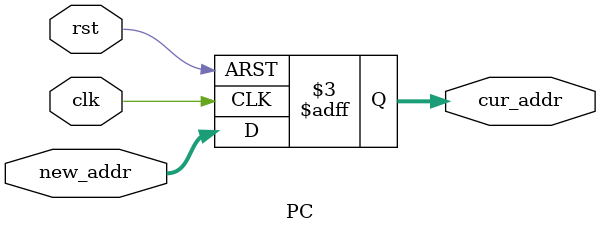
<source format=v>
module ALU
#(parameter WIDTH = 32) 	//数据宽度
(output reg [WIDTH-1:0] y, 		//运算结果
output reg zf, 					//零标志
output reg cf, 					//进位/借位标志
output reg of, 					//溢出标志
input [WIDTH-1:0] a, b,		//两操作数
input [2:0] m		    	//操作类型
);
always@(*)
    begin
        case(m)
            3'b000: // +
            begin
                {cf, y} = a + b;
                of = (~a[WIDTH-1] & ~b[WIDTH-1] & y[WIDTH-1])
                    | (a[WIDTH-1] & b[WIDTH-1] & ~y[WIDTH-1]);
                zf = ~|y;
            end
            3'b001: // -
            begin
                {cf, y} = a - b;
                of = (~a[WIDTH-1] & b[WIDTH-1] & y[WIDTH-1])
                    | (a[WIDTH-1] & ~b[WIDTH-1] & ~y[WIDTH-1]);
                zf = ~|y;
            end
            3'b010: // &
            begin
                y = a & b;
                zf = ~|y;
                cf = 0;
                of = 0;
            end
            3'b011: // |
            begin
                y = a | b;
                zf = ~|y;
                cf = 0;
                of = 0;
            end
            3'b100: // ^
            begin
                y = a ^ b;
                zf = ~|y;
                cf = 0;
                of = 0;
            end
            default:
            begin
                y = 0;
                zf = 0;
                cf = 0;
                of = 0;
            end
        endcase
end
endmodule

module Registers				//32 x WIDTH寄存器堆
#(parameter WIDTH = 32) 	        //数据宽度
(
    input clk,						//时钟（上升沿有效）
    input [4:0] ra0,				//读端口0地址
    output reg [WIDTH-1:0] rd0,    	    //读端口0数据
    input [4:0] ra1, 				//读端口1地址
    output reg [WIDTH-1:0] rd1,      	//读端口1数据
    input [4:0] wa, 				//写端口地址
    input we,				    	//写使能，高电平有效
    input [WIDTH-1:0] wd 	    	//写端口数据
);
reg [WIDTH-1:0] mem [255:0];
// 初始化 RAM 的内容
initial
begin
    //$readmemh("C:/Users/mi/Desktop/text.txt", mem, 0, 255);
    $readmemh("C:/Users/mi/Desktop/lab3/initReg.vec", mem, 0, 255);
end
// 异步读
always@(*)
begin
    rd0 = mem[ra0];
    rd1 = mem[ra1];
end
// 同步写
always@(posedge clk)
begin
    if(we)
        mem[wa] <= wd; 
end
endmodule

module Mux5(
    input control,
    input [4:0] in1, in0,
    output [4:0] out
);
assign out = control? in1:in0;
endmodule

module Mux32(
    input control,
    input [31:0] in1, in0,
    output [31:0] out
);
assign out = control? in1:in0;
endmodule

module Sign_extend(
    input [15:0] imm,
    output [31:0] extendImm
);
assign extendImm[15:0] = imm;
assign extendImm[31:16] = imm[15] ? 16'hffff : 16'h0000;
endmodule

module Control(
    input [5:0] instruction,
    output reg RegDst,
    output reg ALUSrc,
    output reg MemtoReg,
    output reg RegWrite,
    output reg MemRead,
    output reg MemWrite,
    output reg Branch,
    output reg ALUOp1, ALUOp0,
    output reg Jump
);
// add addi lw sw beq j
// x 都归为 0
always @(instruction)
begin
    case(instruction)
        6'b000000: // add
            {RegDst, ALUSrc, MemtoReg, RegWrite, MemRead, 
            MemWrite, Branch, ALUOp1, ALUOp0, Jump} <= 10'b1001000100;
        6'b100011: // lw
            {RegDst, ALUSrc, MemtoReg, RegWrite, MemRead, 
            MemWrite, Branch, ALUOp1, ALUOp0, Jump} <= 10'b0111100000;
        6'b101011: // sw
            {RegDst, ALUSrc, MemtoReg, RegWrite, MemRead, 
            MemWrite, Branch, ALUOp1, ALUOp0, Jump} <= 10'bx1x0010000;
        6'b000100: // beq
            {RegDst, ALUSrc, MemtoReg, RegWrite, MemRead, 
            MemWrite, Branch, ALUOp1, ALUOp0, Jump} <= 10'bx0x0001010;
        6'b001000: // addi
            {RegDst, ALUSrc, MemtoReg, RegWrite, MemRead, 
            MemWrite, Branch, ALUOp1, ALUOp0, Jump} <= 10'b0101000000;
        6'b000010: // j
            {RegDst, ALUSrc, MemtoReg, RegWrite, MemRead, 
            MemWrite, Branch, ALUOp1, ALUOp0, Jump} <= 10'bxxx000x011;
    endcase
end
endmodule

module PC(
    input clk,
    input rst,
    input [31:0] new_addr,
    output reg [31:0] cur_addr
);
initial
    cur_addr <= 0;
always@(posedge clk or posedge rst)
begin
    if(rst)
        cur_addr <= 0;
    else
        cur_addr <= new_addr;
end
endmodule
</source>
